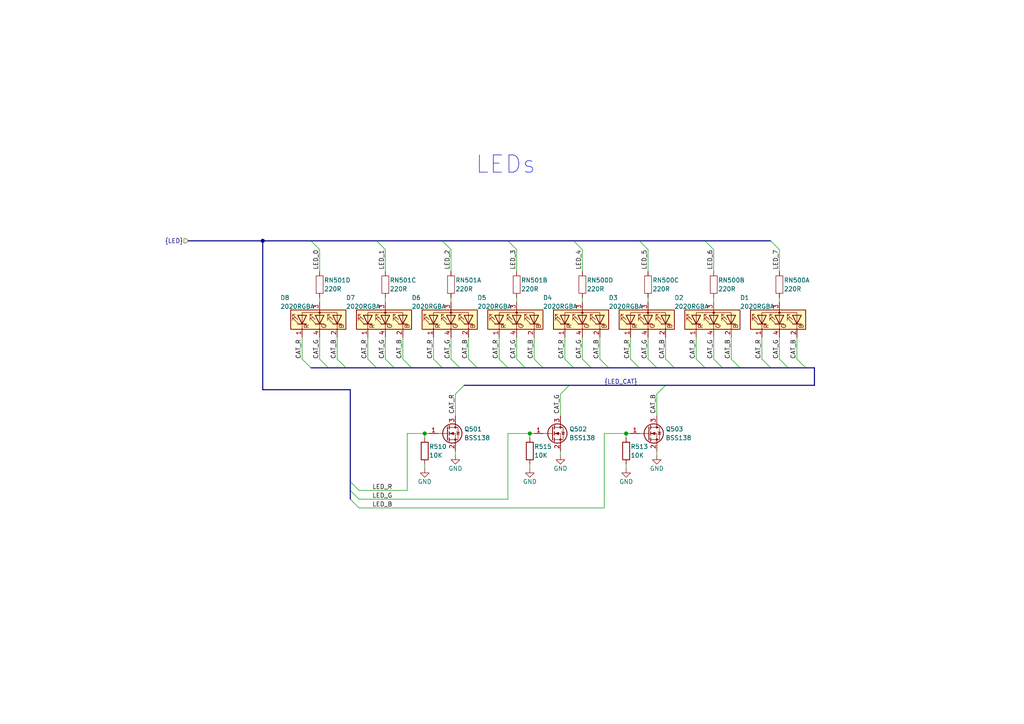
<source format=kicad_sch>
(kicad_sch (version 20210126) (generator eeschema)
  (paper "A4")
  (title_block (title "ECP5 Mini") (date "2020-12-31") (rev "0.2") (company "Josh Johnson"))
  (lib_symbols
    (symbol "Device:LED_RBAG" (pin_names (offset 0) hide)
      (property "Reference" "D" (at 0 9.398 0))
      (property "Value" "LED_RBAG" (at 0 -8.89 0))
      (symbol "LED_RBAG_0_0"
        (text "B" (at -1.905 -6.35 0) (effects (font (size 1.27 1.27))))
        (text "G" (at -1.905 -1.27 0) (effects (font (size 1.27 1.27))))
        (text "R" (at -1.905 3.81 0) (effects (font (size 1.27 1.27))))
      )
      (symbol "LED_RBAG_0_1"
        (circle (center 2.032 0) (radius 0.254) (fill (type outline)))
        (rectangle (start 1.27 -1.27) (end 1.27 1.27))
        (rectangle (start 1.27 1.27) (end 1.27 1.27))
        (rectangle (start 1.27 3.81) (end 1.27 6.35))
        (rectangle (start 1.27 6.35) (end 1.27 6.35))
        (rectangle (start 2.794 8.382) (end -2.794 -7.62) (stroke (width 0.254)) (fill (type background)))
        (polyline (pts (xy -1.27 -5.08) (xy -2.54 -5.08)))
        (polyline (pts (xy -1.27 -5.08) (xy 1.27 -5.08)))
        (polyline (pts (xy -1.27 -3.81) (xy -1.27 -6.35)) (stroke (width 0.254)))
        (polyline (pts (xy -1.27 0) (xy -2.54 0)))
        (polyline (pts (xy -1.27 1.27) (xy -1.27 -1.27)) (stroke (width 0.254)))
        (polyline (pts (xy -1.27 5.08) (xy -2.54 5.08)))
        (polyline (pts (xy -1.27 5.08) (xy 1.27 5.08)))
        (polyline (pts (xy -1.27 6.35) (xy -1.27 3.81)) (stroke (width 0.254)))
        (polyline (pts (xy 1.27 0) (xy -1.27 0)))
        (polyline (pts (xy 1.27 0) (xy 2.54 0)))
        (polyline (pts (xy -1.27 1.27) (xy -1.27 -1.27) (xy -1.27 -1.27)))
        (polyline (pts (xy -1.27 6.35) (xy -1.27 3.81) (xy -1.27 3.81)))
        (polyline (pts (xy 1.27 -5.08) (xy 2.032 -5.08) (xy 2.032 5.08) (xy 1.27 5.08)))
        (polyline (pts (xy 1.27 -3.81) (xy 1.27 -6.35) (xy -1.27 -5.08) (xy 1.27 -3.81)) (stroke (width 0.254)))
        (polyline (pts (xy 1.27 1.27) (xy 1.27 -1.27) (xy -1.27 0) (xy 1.27 1.27)) (stroke (width 0.254)))
        (polyline (pts (xy 1.27 6.35) (xy 1.27 3.81) (xy -1.27 5.08) (xy 1.27 6.35)) (stroke (width 0.254)))
        (polyline (pts (xy -1.016 -3.81) (xy 0.508 -2.286) (xy -0.254 -2.286) (xy 0.508 -2.286) (xy 0.508 -3.048)))
        (polyline (pts (xy -1.016 1.27) (xy 0.508 2.794) (xy -0.254 2.794) (xy 0.508 2.794) (xy 0.508 2.032)))
        (polyline (pts (xy -1.016 6.35) (xy 0.508 7.874) (xy -0.254 7.874) (xy 0.508 7.874) (xy 0.508 7.112)))
        (polyline (pts (xy 0 -3.81) (xy 1.524 -2.286) (xy 0.762 -2.286) (xy 1.524 -2.286) (xy 1.524 -3.048)))
        (polyline (pts (xy 0 1.27) (xy 1.524 2.794) (xy 0.762 2.794) (xy 1.524 2.794) (xy 1.524 2.032)))
        (polyline (pts (xy 0 6.35) (xy 1.524 7.874) (xy 0.762 7.874) (xy 1.524 7.874) (xy 1.524 7.112)))
      )
      (symbol "LED_RBAG_1_1"
        (pin passive line (at -5.08 5.08 0) (length 2.54) (name "RK") (number "1"))
        (pin passive line (at -5.08 -5.08 0) (length 2.54) (name "BK") (number "2"))
        (pin passive line (at 5.08 0 180) (length 2.54) (name "A") (number "3"))
        (pin passive line (at -5.08 0 0) (length 2.54) (name "GK") (number "4"))
      )
    )
    (symbol "Device:R" (pin_numbers hide) (pin_names (offset 0))
      (property "Reference" "R" (at 2.032 0 90))
      (property "Value" "R" (at 0 0 90))
      (symbol "R_0_1"
        (rectangle (start -1.016 -2.54) (end 1.016 2.54) (stroke (width 0.254)))
      )
      (symbol "R_1_1"
        (pin passive line (at 0 3.81 270) (length 1.27) (name "~") (number "1"))
        (pin passive line (at 0 -3.81 90) (length 1.27) (name "~") (number "2"))
      )
    )
    (symbol "Transistor_FET:BSS138" (pin_names hide)
      (property "Reference" "Q" (at 5.08 1.905 0))
      (property "Value" "BSS138" (at 5.08 0 0))
      (symbol "BSS138_0_1"
        (circle (center 1.651 0) (radius 2.794) (stroke (width 0.254)))
        (circle (center 2.54 -1.778) (radius 0.254) (fill (type outline)))
        (circle (center 2.54 1.778) (radius 0.254) (fill (type outline)))
        (polyline (pts (xy 0.254 0) (xy -2.54 0)))
        (polyline (pts (xy 0.254 1.905) (xy 0.254 -1.905)) (stroke (width 0.254)))
        (polyline (pts (xy 0.762 -1.27) (xy 0.762 -2.286)) (stroke (width 0.254)))
        (polyline (pts (xy 0.762 0.508) (xy 0.762 -0.508)) (stroke (width 0.254)))
        (polyline (pts (xy 0.762 2.286) (xy 0.762 1.27)) (stroke (width 0.254)))
        (polyline (pts (xy 2.54 2.54) (xy 2.54 1.778)))
        (polyline (pts (xy 2.54 -2.54) (xy 2.54 0) (xy 0.762 0)))
        (polyline (pts (xy 0.762 -1.778) (xy 3.302 -1.778) (xy 3.302 1.778) (xy 0.762 1.778)))
        (polyline (pts (xy 1.016 0) (xy 2.032 0.381) (xy 2.032 -0.381) (xy 1.016 0)) (fill (type outline)))
        (polyline (pts (xy 2.794 0.508) (xy 2.921 0.381) (xy 3.683 0.381) (xy 3.81 0.254)))
        (polyline (pts (xy 3.302 0.381) (xy 2.921 -0.254) (xy 3.683 -0.254) (xy 3.302 0.381)))
      )
      (symbol "BSS138_1_1"
        (pin input line (at -5.08 0 0) (length 2.54) (name "G") (number "1"))
        (pin passive line (at 2.54 -5.08 90) (length 2.54) (name "S") (number "2"))
        (pin passive line (at 2.54 5.08 270) (length 2.54) (name "D") (number "3"))
      )
    )
    (symbol "josh-passive:RN" (pin_numbers hide) (pin_names (offset 0))
      (property "Reference" "RN" (at 0 1.778 0))
      (property "Value" "RN" (at 0 0 0))
      (symbol "RN_0_1"
        (rectangle (start -2.54 -1.016) (end 2.54 1.016))
      )
      (symbol "RN_1_1"
        (pin passive line (at -3.81 0 0) (length 1.27) (name "~") (number "4"))
        (pin passive line (at 3.81 0 180) (length 1.27) (name "~") (number "5"))
      )
      (symbol "RN_2_1"
        (pin passive line (at -3.81 0 0) (length 1.27) (name "~") (number "3"))
        (pin passive line (at 3.81 0 180) (length 1.27) (name "~") (number "6"))
      )
      (symbol "RN_3_1"
        (pin passive line (at -3.81 0 0) (length 1.27) (name "~") (number "2"))
        (pin passive line (at 3.81 0 180) (length 1.27) (name "~") (number "7"))
      )
      (symbol "RN_4_1"
        (pin passive line (at -3.81 0 0) (length 1.27) (name "~") (number "1"))
        (pin passive line (at 3.81 0 180) (length 1.27) (name "~") (number "8"))
      )
    )
    (symbol "power:GND" (power) (pin_names (offset 0))
      (property "Value" "GND" (at 0 -3.81 0))
      (symbol "GND_0_1"
        (polyline (pts (xy 0 0) (xy 0 -1.27) (xy 1.27 -1.27) (xy 0 -2.54) (xy -1.27 -1.27) (xy 0 -1.27)))
      )
      (symbol "GND_1_1"
        (pin power_in line (at 0 0 270) (length 0) hide (name "GND") (number "1"))
      )
    )
  )
  (bus_alias "LED_CAT" (members "CAT_R" "CAT_G" "CAT_B"))
  (junction (at 123.19 125.73) (diameter 1.016))
  (junction (at 153.67 125.73) (diameter 1.016))
  (junction (at 181.61 125.73) (diameter 1.016))
  (junction (at 76.2 69.85) (diameter 1.016))
  (bus_entry (at 87.63 104.14) (size 2.54 2.54) (stroke (width 0.1524)))
  (bus_entry (at 90.17 69.85) (size 2.54 2.54) (stroke (width 0.1524)))
  (bus_entry (at 92.71 104.14) (size 2.54 2.54) (stroke (width 0.1524)))
  (bus_entry (at 97.79 104.14) (size 2.54 2.54) (stroke (width 0.1524)))
  (bus_entry (at 101.6 139.7) (size 2.54 2.54) (stroke (width 0.1524)))
  (bus_entry (at 101.6 142.24) (size 2.54 2.54) (stroke (width 0.1524)))
  (bus_entry (at 101.6 144.78) (size 2.54 2.54) (stroke (width 0.1524)))
  (bus_entry (at 106.68 104.14) (size 2.54 2.54) (stroke (width 0.1524)))
  (bus_entry (at 109.22 69.85) (size 2.54 2.54) (stroke (width 0.1524)))
  (bus_entry (at 111.76 104.14) (size 2.54 2.54) (stroke (width 0.1524)))
  (bus_entry (at 116.84 104.14) (size 2.54 2.54) (stroke (width 0.1524)))
  (bus_entry (at 125.73 104.14) (size 2.54 2.54) (stroke (width 0.1524)))
  (bus_entry (at 128.27 69.85) (size 2.54 2.54) (stroke (width 0.1524)))
  (bus_entry (at 130.81 104.14) (size 2.54 2.54) (stroke (width 0.1524)))
  (bus_entry (at 134.62 111.76) (size -2.54 2.54) (stroke (width 0.1524)))
  (bus_entry (at 135.89 104.14) (size 2.54 2.54) (stroke (width 0.1524)))
  (bus_entry (at 144.78 104.14) (size 2.54 2.54) (stroke (width 0.1524)))
  (bus_entry (at 147.32 69.85) (size 2.54 2.54) (stroke (width 0.1524)))
  (bus_entry (at 149.86 104.14) (size 2.54 2.54) (stroke (width 0.1524)))
  (bus_entry (at 154.94 104.14) (size 2.54 2.54) (stroke (width 0.1524)))
  (bus_entry (at 163.83 104.14) (size 2.54 2.54) (stroke (width 0.1524)))
  (bus_entry (at 165.1 111.76) (size -2.54 2.54) (stroke (width 0.1524)))
  (bus_entry (at 166.37 69.85) (size 2.54 2.54) (stroke (width 0.1524)))
  (bus_entry (at 168.91 104.14) (size 2.54 2.54) (stroke (width 0.1524)))
  (bus_entry (at 173.99 104.14) (size 2.54 2.54) (stroke (width 0.1524)))
  (bus_entry (at 182.88 104.14) (size 2.54 2.54) (stroke (width 0.1524)))
  (bus_entry (at 185.42 69.85) (size 2.54 2.54) (stroke (width 0.1524)))
  (bus_entry (at 187.96 104.14) (size 2.54 2.54) (stroke (width 0.1524)))
  (bus_entry (at 193.04 104.14) (size 2.54 2.54) (stroke (width 0.1524)))
  (bus_entry (at 193.04 111.76) (size -2.54 2.54) (stroke (width 0.1524)))
  (bus_entry (at 201.93 104.14) (size 2.54 2.54) (stroke (width 0.1524)))
  (bus_entry (at 204.47 69.85) (size 2.54 2.54) (stroke (width 0.1524)))
  (bus_entry (at 207.01 104.14) (size 2.54 2.54) (stroke (width 0.1524)))
  (bus_entry (at 212.09 104.14) (size 2.54 2.54) (stroke (width 0.1524)))
  (bus_entry (at 220.98 104.14) (size 2.54 2.54) (stroke (width 0.1524)))
  (bus_entry (at 223.52 69.85) (size 2.54 2.54) (stroke (width 0.1524)))
  (bus_entry (at 226.06 104.14) (size 2.54 2.54) (stroke (width 0.1524)))
  (bus_entry (at 231.14 104.14) (size 2.54 2.54) (stroke (width 0.1524)))
  (wire (pts (xy 87.63 97.79) (xy 87.63 104.14)))
  (wire (pts (xy 92.71 72.39) (xy 92.71 78.74)))
  (wire (pts (xy 92.71 86.36) (xy 92.71 87.63)))
  (wire (pts (xy 92.71 97.79) (xy 92.71 104.14)))
  (wire (pts (xy 97.79 97.79) (xy 97.79 104.14)))
  (wire (pts (xy 104.14 142.24) (xy 118.11 142.24)))
  (wire (pts (xy 104.14 144.78) (xy 147.32 144.78)))
  (wire (pts (xy 104.14 147.32) (xy 175.26 147.32)))
  (wire (pts (xy 106.68 97.79) (xy 106.68 104.14)))
  (wire (pts (xy 111.76 72.39) (xy 111.76 78.74)))
  (wire (pts (xy 111.76 86.36) (xy 111.76 87.63)))
  (wire (pts (xy 111.76 97.79) (xy 111.76 104.14)))
  (wire (pts (xy 116.84 97.79) (xy 116.84 104.14)))
  (wire (pts (xy 118.11 125.73) (xy 118.11 142.24)))
  (wire (pts (xy 118.11 125.73) (xy 123.19 125.73)))
  (wire (pts (xy 123.19 125.73) (xy 123.19 127)))
  (wire (pts (xy 123.19 125.73) (xy 124.46 125.73)))
  (wire (pts (xy 123.19 134.62) (xy 123.19 135.89)))
  (wire (pts (xy 125.73 97.79) (xy 125.73 104.14)))
  (wire (pts (xy 130.81 72.39) (xy 130.81 78.74)))
  (wire (pts (xy 130.81 86.36) (xy 130.81 87.63)))
  (wire (pts (xy 130.81 97.79) (xy 130.81 104.14)))
  (wire (pts (xy 132.08 120.65) (xy 132.08 114.3)))
  (wire (pts (xy 132.08 130.81) (xy 132.08 132.08)))
  (wire (pts (xy 135.89 97.79) (xy 135.89 104.14)))
  (wire (pts (xy 144.78 97.79) (xy 144.78 104.14)))
  (wire (pts (xy 147.32 125.73) (xy 147.32 144.78)))
  (wire (pts (xy 147.32 125.73) (xy 153.67 125.73)))
  (wire (pts (xy 149.86 72.39) (xy 149.86 78.74)))
  (wire (pts (xy 149.86 86.36) (xy 149.86 87.63)))
  (wire (pts (xy 149.86 97.79) (xy 149.86 104.14)))
  (wire (pts (xy 153.67 125.73) (xy 153.67 127)))
  (wire (pts (xy 153.67 125.73) (xy 154.94 125.73)))
  (wire (pts (xy 153.67 134.62) (xy 153.67 135.89)))
  (wire (pts (xy 154.94 97.79) (xy 154.94 104.14)))
  (wire (pts (xy 162.56 120.65) (xy 162.56 114.3)))
  (wire (pts (xy 162.56 130.81) (xy 162.56 132.08)))
  (wire (pts (xy 163.83 97.79) (xy 163.83 104.14)))
  (wire (pts (xy 168.91 72.39) (xy 168.91 78.74)))
  (wire (pts (xy 168.91 86.36) (xy 168.91 87.63)))
  (wire (pts (xy 168.91 97.79) (xy 168.91 104.14)))
  (wire (pts (xy 173.99 97.79) (xy 173.99 104.14)))
  (wire (pts (xy 175.26 125.73) (xy 175.26 147.32)))
  (wire (pts (xy 175.26 125.73) (xy 181.61 125.73)))
  (wire (pts (xy 181.61 125.73) (xy 181.61 127)))
  (wire (pts (xy 181.61 125.73) (xy 182.88 125.73)))
  (wire (pts (xy 181.61 134.62) (xy 181.61 135.89)))
  (wire (pts (xy 182.88 97.79) (xy 182.88 104.14)))
  (wire (pts (xy 187.96 72.39) (xy 187.96 78.74)))
  (wire (pts (xy 187.96 86.36) (xy 187.96 87.63)))
  (wire (pts (xy 187.96 97.79) (xy 187.96 104.14)))
  (wire (pts (xy 190.5 120.65) (xy 190.5 114.3)))
  (wire (pts (xy 190.5 130.81) (xy 190.5 132.08)))
  (wire (pts (xy 193.04 97.79) (xy 193.04 104.14)))
  (wire (pts (xy 201.93 97.79) (xy 201.93 104.14)))
  (wire (pts (xy 207.01 72.39) (xy 207.01 78.74)))
  (wire (pts (xy 207.01 86.36) (xy 207.01 87.63)))
  (wire (pts (xy 207.01 97.79) (xy 207.01 104.14)))
  (wire (pts (xy 212.09 97.79) (xy 212.09 104.14)))
  (wire (pts (xy 220.98 97.79) (xy 220.98 104.14)))
  (wire (pts (xy 226.06 72.39) (xy 226.06 78.74)))
  (wire (pts (xy 226.06 86.36) (xy 226.06 87.63)))
  (wire (pts (xy 226.06 97.79) (xy 226.06 104.14)))
  (wire (pts (xy 231.14 97.79) (xy 231.14 104.14)))
  (bus (pts (xy 54.61 69.85) (xy 76.2 69.85)))
  (bus (pts (xy 76.2 69.85) (xy 90.17 69.85)))
  (bus (pts (xy 76.2 113.03) (xy 76.2 69.85)))
  (bus (pts (xy 90.17 69.85) (xy 109.22 69.85)))
  (bus (pts (xy 90.17 106.68) (xy 95.25 106.68)))
  (bus (pts (xy 95.25 106.68) (xy 100.33 106.68)))
  (bus (pts (xy 100.33 106.68) (xy 109.22 106.68)))
  (bus (pts (xy 101.6 113.03) (xy 76.2 113.03)))
  (bus (pts (xy 101.6 113.03) (xy 101.6 139.7)))
  (bus (pts (xy 101.6 139.7) (xy 101.6 142.24)))
  (bus (pts (xy 101.6 142.24) (xy 101.6 144.78)))
  (bus (pts (xy 109.22 69.85) (xy 128.27 69.85)))
  (bus (pts (xy 109.22 106.68) (xy 114.3 106.68)))
  (bus (pts (xy 114.3 106.68) (xy 119.38 106.68)))
  (bus (pts (xy 119.38 106.68) (xy 128.27 106.68)))
  (bus (pts (xy 128.27 69.85) (xy 147.32 69.85)))
  (bus (pts (xy 128.27 106.68) (xy 133.35 106.68)))
  (bus (pts (xy 133.35 106.68) (xy 138.43 106.68)))
  (bus (pts (xy 134.62 111.76) (xy 165.1 111.76)))
  (bus (pts (xy 138.43 106.68) (xy 147.32 106.68)))
  (bus (pts (xy 147.32 69.85) (xy 166.37 69.85)))
  (bus (pts (xy 147.32 106.68) (xy 152.4 106.68)))
  (bus (pts (xy 152.4 106.68) (xy 157.48 106.68)))
  (bus (pts (xy 157.48 106.68) (xy 166.37 106.68)))
  (bus (pts (xy 165.1 111.76) (xy 193.04 111.76)))
  (bus (pts (xy 166.37 69.85) (xy 185.42 69.85)))
  (bus (pts (xy 166.37 106.68) (xy 171.45 106.68)))
  (bus (pts (xy 171.45 106.68) (xy 176.53 106.68)))
  (bus (pts (xy 176.53 106.68) (xy 185.42 106.68)))
  (bus (pts (xy 185.42 69.85) (xy 204.47 69.85)))
  (bus (pts (xy 185.42 106.68) (xy 190.5 106.68)))
  (bus (pts (xy 190.5 106.68) (xy 195.58 106.68)))
  (bus (pts (xy 193.04 111.76) (xy 236.22 111.76)))
  (bus (pts (xy 195.58 106.68) (xy 204.47 106.68)))
  (bus (pts (xy 204.47 69.85) (xy 223.52 69.85)))
  (bus (pts (xy 204.47 106.68) (xy 209.55 106.68)))
  (bus (pts (xy 209.55 106.68) (xy 214.63 106.68)))
  (bus (pts (xy 214.63 106.68) (xy 223.52 106.68)))
  (bus (pts (xy 223.52 106.68) (xy 228.6 106.68)))
  (bus (pts (xy 228.6 106.68) (xy 233.68 106.68)))
  (bus (pts (xy 233.68 106.68) (xy 236.22 106.68)))
  (bus (pts (xy 236.22 106.68) (xy 236.22 111.76)))
  (text "LEDs" (at 155.575 50.8 180) (effects (font (size 5 5)) (justify right bottom)))
  (label "CAT_R" (at 87.63 104.14 90))
  (label "LED_0" (at 92.71 72.39 270))
  (label "CAT_G" (at 92.71 104.14 90))
  (label "CAT_B" (at 97.79 104.14 90))
  (label "CAT_R" (at 106.68 104.14 90))
  (label "LED_R" (at 107.95 142.24 0))
  (label "LED_G" (at 107.95 144.78 0))
  (label "LED_B" (at 107.95 147.32 0))
  (label "LED_1" (at 111.76 72.39 270))
  (label "CAT_G" (at 111.76 104.14 90))
  (label "CAT_B" (at 116.84 104.14 90))
  (label "CAT_R" (at 125.73 104.14 90))
  (label "LED_2" (at 130.81 72.39 270))
  (label "CAT_G" (at 130.81 104.14 90))
  (label "CAT_R" (at 132.08 114.3 270))
  (label "CAT_B" (at 135.89 104.14 90))
  (label "CAT_R" (at 144.78 104.14 90))
  (label "LED_3" (at 149.86 72.39 270))
  (label "CAT_G" (at 149.86 104.14 90))
  (label "CAT_B" (at 154.94 104.14 90))
  (label "CAT_G" (at 162.56 114.3 270))
  (label "CAT_R" (at 163.83 104.14 90))
  (label "LED_4" (at 168.91 72.39 270))
  (label "CAT_G" (at 168.91 104.14 90))
  (label "CAT_B" (at 173.99 104.14 90))
  (label "{LED_CAT}" (at 175.26 111.76 0))
  (label "CAT_R" (at 182.88 104.14 90))
  (label "LED_5" (at 187.96 72.39 270))
  (label "CAT_G" (at 187.96 104.14 90))
  (label "CAT_B" (at 190.5 114.3 270))
  (label "CAT_B" (at 193.04 104.14 90))
  (label "CAT_R" (at 201.93 104.14 90))
  (label "LED_6" (at 207.01 72.39 270))
  (label "CAT_G" (at 207.01 104.14 90))
  (label "CAT_B" (at 212.09 104.14 90))
  (label "CAT_R" (at 220.98 104.14 90))
  (label "LED_7" (at 226.06 72.39 270))
  (label "CAT_G" (at 226.06 104.14 90))
  (label "CAT_B" (at 231.14 104.14 90))
  (hierarchical_label "{LED}" (shape input) (at 54.61 69.85 180))
  (symbol (lib_id "power:GND") (at 123.19 135.89 0) (unit 1)
    (property "Reference" "#PWR040" (effects hide))
    (property "Value" "GND" (at 123.19 139.7 0))
  )
  (symbol (lib_id "power:GND") (at 132.08 132.08 0) (unit 1)
    (property "Reference" "#PWR041" (effects hide))
    (property "Value" "GND" (at 132.08 135.89 0))
  )
  (symbol (lib_id "power:GND") (at 153.67 135.89 0) (unit 1)
    (property "Reference" "#PWR042" (effects hide))
    (property "Value" "GND" (at 153.67 139.7 0))
  )
  (symbol (lib_id "power:GND") (at 162.56 132.08 0) (unit 1)
    (property "Reference" "#PWR043" (effects hide))
    (property "Value" "GND" (at 162.56 135.89 0))
  )
  (symbol (lib_id "power:GND") (at 181.61 135.89 0) (unit 1)
    (property "Reference" "#PWR044" (effects hide))
    (property "Value" "GND" (at 181.61 139.7 0))
  )
  (symbol (lib_id "power:GND") (at 190.5 132.08 0) (unit 1)
    (property "Reference" "#PWR045" (effects hide))
    (property "Value" "GND" (at 190.5 135.89 0))
  )
  (symbol (lib_id "josh-passive:RN") (at 92.71 82.55 90) (unit 4)
    (property "Reference" "RN501" (at 93.98 81.28 90) (effects (justify right)))
    (property "Value" "220R" (at 93.98 83.82 90) (effects (justify right)))
    (property "Footprint" "Resistor_SMD:R_Array_Convex_4x0402" (effects hide))
    (property "LCSC" "C706474" (effects hide))
    (property "MPN" "YC124-JR-07220RL\n" (effects hide))
    (property "Manufacturer2" "UNI-ROYAL(Uniroyal Elec)" (effects hide))
    (property "MPN2" "4D02WGJ0221TCE" (effects hide))
    (property "Manufacturer" "Yageo" (effects hide))
  )
  (symbol (lib_id "josh-passive:RN") (at 111.76 82.55 90) (unit 3)
    (property "Reference" "RN501" (at 113.03 81.28 90) (effects (justify right)))
    (property "Value" "220R" (at 113.03 83.82 90) (effects (justify right)))
    (property "Footprint" "Resistor_SMD:R_Array_Convex_4x0402" (effects hide))
    (property "LCSC" "C706474" (effects hide))
    (property "MPN" "YC124-JR-07220RL\n" (effects hide))
    (property "Manufacturer2" "UNI-ROYAL(Uniroyal Elec)" (effects hide))
    (property "MPN2" "4D02WGJ0221TCE" (effects hide))
    (property "Manufacturer" "Yageo" (effects hide))
  )
  (symbol (lib_id "josh-passive:RN") (at 130.81 82.55 90) (unit 1)
    (property "Reference" "RN501" (at 132.08 81.28 90) (effects (justify right)))
    (property "Value" "220R" (at 132.08 83.82 90) (effects (justify right)))
    (property "Footprint" "Resistor_SMD:R_Array_Convex_4x0402" (effects hide))
    (property "LCSC" "C706474" (effects hide))
    (property "MPN" "YC124-JR-07220RL\n" (effects hide))
    (property "Manufacturer2" "UNI-ROYAL(Uniroyal Elec)" (effects hide))
    (property "MPN2" "4D02WGJ0221TCE" (effects hide))
    (property "Manufacturer" "Yageo" (effects hide))
  )
  (symbol (lib_id "josh-passive:RN") (at 149.86 82.55 90) (unit 2)
    (property "Reference" "RN501" (at 151.13 81.28 90) (effects (justify right)))
    (property "Value" "220R" (at 151.13 83.82 90) (effects (justify right)))
    (property "Footprint" "Resistor_SMD:R_Array_Convex_4x0402" (effects hide))
    (property "LCSC" "C706474" (effects hide))
    (property "MPN" "YC124-JR-07220RL\n" (effects hide))
    (property "Manufacturer2" "UNI-ROYAL(Uniroyal Elec)" (effects hide))
    (property "MPN2" "4D02WGJ0221TCE" (effects hide))
    (property "Manufacturer" "Yageo" (effects hide))
  )
  (symbol (lib_id "josh-passive:RN") (at 168.91 82.55 90) (unit 4)
    (property "Reference" "RN500" (at 170.18 81.28 90) (effects (justify right)))
    (property "Value" "220R" (at 170.18 83.82 90) (effects (justify right)))
    (property "Footprint" "Resistor_SMD:R_Array_Convex_4x0402" (effects hide))
    (property "LCSC" "C706474" (effects hide))
    (property "MPN" "YC124-JR-07220RL\n" (effects hide))
    (property "Manufacturer2" "UNI-ROYAL(Uniroyal Elec)" (effects hide))
    (property "MPN2" "4D02WGJ0221TCE" (effects hide))
    (property "Manufacturer" "Yageo" (effects hide))
  )
  (symbol (lib_id "josh-passive:RN") (at 187.96 82.55 90) (unit 3)
    (property "Reference" "RN500" (at 189.23 81.28 90) (effects (justify right)))
    (property "Value" "220R" (at 189.23 83.82 90) (effects (justify right)))
    (property "Footprint" "Resistor_SMD:R_Array_Convex_4x0402" (effects hide))
    (property "LCSC" "C706474" (effects hide))
    (property "MPN" "YC124-JR-07220RL\n" (effects hide))
    (property "Manufacturer2" "UNI-ROYAL(Uniroyal Elec)" (effects hide))
    (property "MPN2" "4D02WGJ0221TCE" (effects hide))
    (property "Manufacturer" "Yageo" (effects hide))
  )
  (symbol (lib_id "josh-passive:RN") (at 207.01 82.55 90) (unit 2)
    (property "Reference" "RN500" (at 208.28 81.28 90) (effects (justify right)))
    (property "Value" "220R" (at 208.28 83.82 90) (effects (justify right)))
    (property "Footprint" "Resistor_SMD:R_Array_Convex_4x0402" (effects hide))
    (property "LCSC" "C706474" (effects hide))
    (property "MPN" "YC124-JR-07220RL\n" (effects hide))
    (property "Manufacturer2" "UNI-ROYAL(Uniroyal Elec)" (effects hide))
    (property "MPN2" "4D02WGJ0221TCE" (effects hide))
    (property "Manufacturer" "Yageo" (effects hide))
  )
  (symbol (lib_id "josh-passive:RN") (at 226.06 82.55 90) (unit 1)
    (property "Reference" "RN500" (at 227.33 81.28 90) (effects (justify right)))
    (property "Value" "220R" (at 227.33 83.82 90) (effects (justify right)))
    (property "Footprint" "Resistor_SMD:R_Array_Convex_4x0402" (effects hide))
    (property "LCSC" "C706474" (effects hide))
    (property "MPN" "YC124-JR-07220RL\n" (effects hide))
    (property "Manufacturer2" "UNI-ROYAL(Uniroyal Elec)" (effects hide))
    (property "MPN2" "4D02WGJ0221TCE" (effects hide))
    (property "Manufacturer" "Yageo" (effects hide))
  )
  (symbol (lib_id "Device:R") (at 123.19 130.81 0) (unit 1)
    (property "Reference" "R510" (at 124.46 129.54 0) (effects (justify left)))
    (property "Value" "10K" (at 124.46 132.08 0) (effects (justify left)))
    (property "Footprint" "Resistor_SMD:R_0402_1005Metric" (effects hide))
    (property "LCSC" "C60489" (effects hide))
    (property "MPN" "RC0402JR-0710KL\n" (effects hide))
    (property "Manufacturer" "Yageo" (effects hide))
    (property "MPN2" "0402WGJ0103TCE" (effects hide))
    (property "Manufacturer2" "UNI-ROYAL(Uniroyal Elec)" (effects hide))
  )
  (symbol (lib_id "Device:R") (at 153.67 130.81 0) (unit 1)
    (property "Reference" "R515" (at 154.94 129.54 0) (effects (justify left)))
    (property "Value" "10K" (at 154.94 132.08 0) (effects (justify left)))
    (property "Footprint" "Resistor_SMD:R_0402_1005Metric" (effects hide))
    (property "LCSC" "C60489" (effects hide))
    (property "MPN" "RC0402JR-0710KL\n" (effects hide))
    (property "Manufacturer" "Yageo" (effects hide))
    (property "MPN2" "0402WGJ0103TCE" (effects hide))
    (property "Manufacturer2" "UNI-ROYAL(Uniroyal Elec)" (effects hide))
  )
  (symbol (lib_id "Device:R") (at 181.61 130.81 0) (unit 1)
    (property "Reference" "R513" (at 182.88 129.54 0) (effects (justify left)))
    (property "Value" "10K" (at 182.88 132.08 0) (effects (justify left)))
    (property "Footprint" "Resistor_SMD:R_0402_1005Metric" (effects hide))
    (property "LCSC" "C60489" (effects hide))
    (property "MPN" "RC0402JR-0710KL\n" (effects hide))
    (property "Manufacturer" "Yageo" (effects hide))
    (property "MPN2" "0402WGJ0103TCE" (effects hide))
    (property "Manufacturer2" "UNI-ROYAL(Uniroyal Elec)" (effects hide))
  )
  (symbol (lib_id "Transistor_FET:BSS138") (at 129.54 125.73 0) (unit 1)
    (property "Reference" "Q501" (at 134.62 124.46 0) (effects (justify left)))
    (property "Value" "BSS138" (at 134.62 127 0) (effects (justify left)))
    (property "Footprint" "Package_TO_SOT_SMD:SOT-323_SC-70" (effects hide))
    (property "LCSC" "C193366" (effects hide))
    (property "MPN" "BSS138PW,115" (effects hide))
    (property "Manufacturer2" "Diodes Incorporated" (effects hide))
    (property "MPN2" "BSS138W-7-F" (effects hide))
    (property "Manufacturer" "Nexperia" (effects hide))
  )
  (symbol (lib_id "Transistor_FET:BSS138") (at 160.02 125.73 0) (unit 1)
    (property "Reference" "Q502" (at 165.1 124.46 0) (effects (justify left)))
    (property "Value" "BSS138" (at 165.1 127 0) (effects (justify left)))
    (property "Footprint" "Package_TO_SOT_SMD:SOT-323_SC-70" (effects hide))
    (property "LCSC" "C193366" (effects hide))
    (property "MPN" "BSS138PW,115" (effects hide))
    (property "Manufacturer2" "Diodes Incorporated" (effects hide))
    (property "MPN2" "BSS138W-7-F" (effects hide))
    (property "Manufacturer" "Nexperia" (effects hide))
  )
  (symbol (lib_id "Transistor_FET:BSS138") (at 187.96 125.73 0) (unit 1)
    (property "Reference" "Q503" (at 193.04 124.46 0) (effects (justify left)))
    (property "Value" "BSS138" (at 193.04 127 0) (effects (justify left)))
    (property "Footprint" "Package_TO_SOT_SMD:SOT-323_SC-70" (effects hide))
    (property "LCSC" "C193366" (effects hide))
    (property "MPN" "BSS138PW,115" (effects hide))
    (property "Manufacturer2" "Diodes Incorporated" (effects hide))
    (property "MPN2" "BSS138W-7-F" (effects hide))
    (property "Manufacturer" "Nexperia" (effects hide))
  )
  (symbol (lib_id "Device:LED_RBAG") (at 92.71 92.71 90) (unit 1)
    (property "Reference" "D8" (at 81.28 86.36 90) (effects (justify right)))
    (property "Value" "2020RGBA" (at 81.28 88.9 90) (effects (justify right)))
    (property "Footprint" "josh-led:LED_TRI_2020" (effects hide))
    (property "MPN" "FM-B2020RGBA-HG" (effects hide))
    (property "Manufacturer" "Foshan NationStar Optoelectronics" (effects hide))
    (property "LCSC" "C108793" (effects hide))
  )
  (symbol (lib_id "Device:LED_RBAG") (at 111.76 92.71 90) (unit 1)
    (property "Reference" "D7" (at 100.33 86.36 90) (effects (justify right)))
    (property "Value" "2020RGBA" (at 100.33 88.9 90) (effects (justify right)))
    (property "Footprint" "josh-led:LED_TRI_2020" (effects hide))
    (property "MPN" "FM-B2020RGBA-HG" (effects hide))
    (property "Manufacturer" "Foshan NationStar Optoelectronics" (effects hide))
    (property "LCSC" "C108793" (effects hide))
  )
  (symbol (lib_id "Device:LED_RBAG") (at 130.81 92.71 90) (unit 1)
    (property "Reference" "D6" (at 119.38 86.36 90) (effects (justify right)))
    (property "Value" "2020RGBA" (at 119.38 88.9 90) (effects (justify right)))
    (property "Footprint" "josh-led:LED_TRI_2020" (effects hide))
    (property "MPN" "FM-B2020RGBA-HG" (effects hide))
    (property "Manufacturer" "Foshan NationStar Optoelectronics" (effects hide))
    (property "LCSC" "C108793" (effects hide))
  )
  (symbol (lib_id "Device:LED_RBAG") (at 149.86 92.71 90) (unit 1)
    (property "Reference" "D5" (at 138.43 86.36 90) (effects (justify right)))
    (property "Value" "2020RGBA" (at 138.43 88.9 90) (effects (justify right)))
    (property "Footprint" "josh-led:LED_TRI_2020" (effects hide))
    (property "MPN" "FM-B2020RGBA-HG" (effects hide))
    (property "Manufacturer" "Foshan NationStar Optoelectronics" (effects hide))
    (property "LCSC" "C108793" (effects hide))
  )
  (symbol (lib_id "Device:LED_RBAG") (at 168.91 92.71 90) (unit 1)
    (property "Reference" "D4" (at 157.48 86.36 90) (effects (justify right)))
    (property "Value" "2020RGBA" (at 157.48 88.9 90) (effects (justify right)))
    (property "Footprint" "josh-led:LED_TRI_2020" (effects hide))
    (property "MPN" "FM-B2020RGBA-HG" (effects hide))
    (property "Manufacturer" "Foshan NationStar Optoelectronics" (effects hide))
    (property "LCSC" "C108793" (effects hide))
  )
  (symbol (lib_id "Device:LED_RBAG") (at 187.96 92.71 90) (unit 1)
    (property "Reference" "D3" (at 176.53 86.36 90) (effects (justify right)))
    (property "Value" "2020RGBA" (at 176.53 88.9 90) (effects (justify right)))
    (property "Footprint" "josh-led:LED_TRI_2020" (effects hide))
    (property "MPN" "FM-B2020RGBA-HG" (effects hide))
    (property "Manufacturer" "Foshan NationStar Optoelectronics" (effects hide))
    (property "LCSC" "C108793" (effects hide))
  )
  (symbol (lib_id "Device:LED_RBAG") (at 207.01 92.71 90) (unit 1)
    (property "Reference" "D2" (at 195.58 86.36 90) (effects (justify right)))
    (property "Value" "2020RGBA" (at 195.58 88.9 90) (effects (justify right)))
    (property "Footprint" "josh-led:LED_TRI_2020" (effects hide))
    (property "MPN" "FM-B2020RGBA-HG" (effects hide))
    (property "Manufacturer" "Foshan NationStar Optoelectronics" (effects hide))
    (property "LCSC" "C108793" (effects hide))
  )
  (symbol (lib_id "Device:LED_RBAG") (at 226.06 92.71 90) (unit 1)
    (property "Reference" "D1" (at 214.63 86.36 90) (effects (justify right)))
    (property "Value" "2020RGBA" (at 214.63 88.9 90) (effects (justify right)))
    (property "Footprint" "josh-led:LED_TRI_2020" (effects hide))
    (property "MPN" "FM-B2020RGBA-HG" (effects hide))
    (property "Manufacturer" "Foshan NationStar Optoelectronics" (effects hide))
    (property "LCSC" "C108793" (effects hide))
  )
)
</source>
